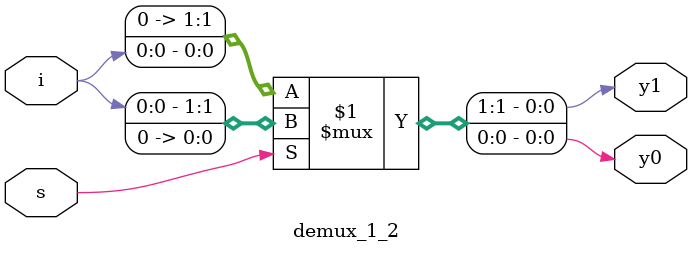
<source format=v>
module demux_1_2(
  input s,
  input  i,
  output reg y0,y1);
  
  assign {y1,y0} = s? {i,1'b0} : {1'b0,i};
endmodule

</source>
